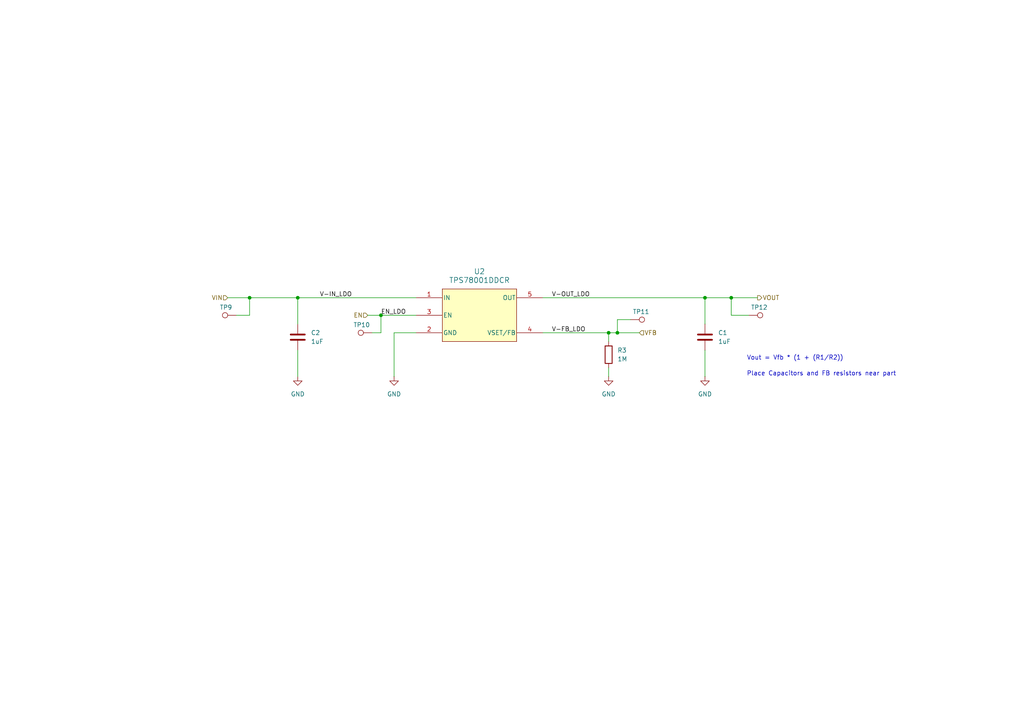
<source format=kicad_sch>
(kicad_sch (version 20250114) (generator "eeschema") (generator_version "9.0")
  (paper "A4")
  (title_block (title "LDO") (company "Benjamin Tyrrell-Davis"))
  (lib_symbols
    (symbol "Connector:TestPoint" (pin_numbers (hide yes)) (pin_names (offset 0.762) (hide yes))
      (property "Reference" "TP" (at 0 6.858 0))
      (property "Value" "TestPoint" (at 0 5.08 0))
      (symbol "TestPoint_0_1"
        (circle (center 0 3.302) (radius 0.762))
      )
      (symbol "TestPoint_1_1"
        (pin passive line (at 0 0 90) (length 2.54) (name "1") (number "1"))
      )
    )
    (symbol "Device:C" (pin_numbers (hide yes)) (pin_names (offset 0.254))
      (property "Reference" "C" (at 0.635 2.54 0))
      (property "Value" "C" (at 0.635 -2.54 0))
      (symbol "C_0_1"
        (polyline (pts (xy -2.032 0.762) (xy 2.032 0.762)) (stroke (width 0.508)))
        (polyline (pts (xy -2.032 -0.762) (xy 2.032 -0.762)) (stroke (width 0.508)))
      )
      (symbol "C_1_1"
        (pin passive line (at 0 3.81 270) (length 2.794) (name "~") (number "1"))
        (pin passive line (at 0 -3.81 90) (length 2.794) (name "~") (number "2"))
      )
    )
    (symbol "Device:R" (pin_numbers (hide yes)) (pin_names (offset 0))
      (property "Reference" "R" (at 2.032 0 90))
      (property "Value" "R" (at 0 0 90))
      (symbol "R_0_1"
        (rectangle (start -1.016 -2.54) (end 1.016 2.54) (stroke (width 0.254)))
      )
      (symbol "R_1_1"
        (pin passive line (at 0 3.81 270) (length 1.27) (name "~") (number "1"))
        (pin passive line (at 0 -3.81 90) (length 1.27) (name "~") (number "2"))
      )
    )
    (symbol "TPS78001DDCR:TPS78001DDCR" (pin_names (offset 0.254))
      (property "Reference" "U" (at 33.02 10.16 0))
      (property "Value" "TPS78001DDCR" (at 33.02 7.62 0))
      (symbol "TPS78001DDCR_0_1"
        (pin unspecified line (at 24.13 -2.54 0) (length 7.62) (name "EN") (number "3"))
        (pin power_in line (at 24.13 -7.62 0) (length 7.62) (name "GND") (number "2"))
        (pin output line (at 60.96 2.54 180) (length 7.62) (name "OUT") (number "5"))
        (pin unspecified line (at 60.96 -7.62 180) (length 7.62) (name "VSET/FB") (number "4"))
      )
      (symbol "TPS78001DDCR_1_1"
        (rectangle (start 31.75 5.08) (end 53.34 -10.16) (fill (type color) (color 255 255 194 1)))
        (pin input line (at 24.13 2.54 0) (length 7.62) (name "IN") (number "1"))
      )
    )
    (symbol "power:GND" (power) (pin_numbers (hide yes)) (pin_names (offset 0) (hide yes))
      (property "Value" "GND" (at 0 -3.81 0))
      (symbol "GND_0_1"
        (polyline (pts (xy 0 0) (xy 0 -1.27) (xy 1.27 -1.27) (xy 0 -2.54) (xy -1.27 -1.27) (xy 0 -1.27)))
      )
      (symbol "GND_1_1"
        (pin power_in line (at 0 0 270) (length 0) (name "~") (number "1"))
      )
    )
  )
  (text "Place Capacitors and FB resistors near part\n" (at 238.252 108.458 0) (effects (font (size 1.27 1.27))))
  (text "Vout = Vfb * (1 + (R1/R2))\n" (at 230.632 103.886 0) (effects (font (size 1.27 1.27))))
  (junction (at 204.47 86.36))
  (junction (at 212.09 86.36))
  (junction (at 179.07 96.52))
  (junction (at 86.36 86.36))
  (junction (at 72.39 86.36))
  (junction (at 110.49 91.44))
  (junction (at 176.53 96.52))
  (wire (pts (xy 157.48 96.52) (xy 176.53 96.52)))
  (wire (pts (xy 182.88 92.71) (xy 179.07 92.71)))
  (wire (pts (xy 176.53 96.52) (xy 176.53 99.06)))
  (wire (pts (xy 66.04 86.36) (xy 72.39 86.36)))
  (wire (pts (xy 72.39 91.44) (xy 72.39 86.36)))
  (wire (pts (xy 72.39 86.36) (xy 86.36 86.36)))
  (wire (pts (xy 204.47 86.36) (xy 212.09 86.36)))
  (wire (pts (xy 176.53 96.52) (xy 179.07 96.52)))
  (wire (pts (xy 110.49 91.44) (xy 120.65 91.44)))
  (wire (pts (xy 86.36 86.36) (xy 86.36 93.98)))
  (wire (pts (xy 217.17 91.44) (xy 212.09 91.44)))
  (wire (pts (xy 212.09 86.36) (xy 219.71 86.36)))
  (wire (pts (xy 107.95 96.52) (xy 110.49 96.52)))
  (wire (pts (xy 114.3 96.52) (xy 114.3 109.22)))
  (wire (pts (xy 204.47 86.36) (xy 204.47 93.98)))
  (wire (pts (xy 110.49 96.52) (xy 110.49 91.44)))
  (wire (pts (xy 179.07 96.52) (xy 185.42 96.52)))
  (wire (pts (xy 157.48 86.36) (xy 204.47 86.36)))
  (wire (pts (xy 212.09 91.44) (xy 212.09 86.36)))
  (wire (pts (xy 179.07 92.71) (xy 179.07 96.52)))
  (wire (pts (xy 86.36 86.36) (xy 120.65 86.36)))
  (wire (pts (xy 106.68 91.44) (xy 110.49 91.44)))
  (wire (pts (xy 204.47 101.6) (xy 204.47 109.22)))
  (wire (pts (xy 68.58 91.44) (xy 72.39 91.44)))
  (wire (pts (xy 176.53 106.68) (xy 176.53 109.22)))
  (wire (pts (xy 120.65 96.52) (xy 114.3 96.52)))
  (wire (pts (xy 86.36 101.6) (xy 86.36 109.22)))
  (label "V-FB_LDO" (at 160.02 96.52 0))
  (label "V-IN_LDO" (at 92.71 86.36 0))
  (label "V-OUT_LDO" (at 160.02 86.36 0))
  (label "EN_LDO" (at 110.49 91.44 0))
  (hierarchical_label "VOUT" (shape output) (at 219.71 86.36 0))
  (hierarchical_label "VIN" (shape input) (at 66.04 86.36 180))
  (hierarchical_label "EN" (shape input) (at 106.68 91.44 180))
  (hierarchical_label "VFB" (shape input) (at 185.42 96.52 0))
  (symbol (lib_id "Device:C") (at 204.47 97.79 0) (unit 1)
    (property "Reference" "C1" (at 208.28 96.5199 0) (effects (justify left)))
    (property "Value" "1uF" (at 208.28 99.0599 0) (effects (justify left)))
    (property "Footprint" "Capacitor_SMD:C_0402_1005Metric" (effects (hide yes)))
    (property "Description" "Unpolarized capacitor" (effects (hide yes)))
  )
  (symbol (lib_id "Connector:TestPoint") (at 182.88 92.71 270) (mirror x) (unit 1)
    (property "Reference" "TP11" (at 185.928 90.424 90))
    (property "Value" "TestPoint" (effects (hide yes)))
    (property "Description" "test point" (effects (hide yes)))
  )
  (symbol (lib_id "power:GND") (at 176.53 109.22 0) (unit 1)
    (property "Reference" "#PWR01" (effects (hide yes)))
    (property "Value" "GND" (at 176.53 114.3 0))
    (property "Description" "Power symbol creates a global label with name \"GND\" , ground" (effects (hide yes)))
  )
  (symbol (lib_id "power:GND") (at 86.36 109.22 0) (unit 1)
    (property "Reference" "#PWR04" (effects (hide yes)))
    (property "Value" "GND" (at 86.36 114.3 0))
    (property "Description" "Power symbol creates a global label with name \"GND\" , ground" (effects (hide yes)))
  )
  (symbol (lib_id "power:GND") (at 204.47 109.22 0) (unit 1)
    (property "Reference" "#PWR02" (effects (hide yes)))
    (property "Value" "GND" (at 204.47 114.3 0))
    (property "Description" "Power symbol creates a global label with name \"GND\" , ground" (effects (hide yes)))
  )
  (symbol (lib_id "power:GND") (at 114.3 109.22 0) (unit 1)
    (property "Reference" "#PWR03" (effects (hide yes)))
    (property "Value" "GND" (at 114.3 114.3 0))
    (property "Description" "Power symbol creates a global label with name \"GND\" , ground" (effects (hide yes)))
  )
  (symbol (lib_id "Connector:TestPoint") (at 107.95 96.52 90) (unit 1)
    (property "Reference" "TP10" (at 104.902 94.234 90))
    (property "Value" "TestPoint" (effects (hide yes)))
    (property "Description" "test point" (effects (hide yes)))
  )
  (symbol (lib_id "Connector:TestPoint") (at 217.17 91.44 270) (mirror x) (unit 1)
    (property "Reference" "TP12" (at 220.218 89.154 90))
    (property "Value" "TestPoint" (effects (hide yes)))
    (property "Description" "test point" (effects (hide yes)))
  )
  (symbol (lib_id "Device:R") (at 176.53 102.87 0) (unit 1)
    (property "Reference" "R3" (at 179.07 101.5999 0) (effects (justify left)))
    (property "Value" "1M" (at 179.07 104.1399 0) (effects (justify left)))
    (property "Footprint" "Resistor_SMD:R_0402_1005Metric" (effects (hide yes)))
    (property "Description" "Resistor" (effects (hide yes)))
  )
  (symbol (lib_id "Device:C") (at 86.36 97.79 0) (unit 1)
    (property "Reference" "C2" (at 90.17 96.5199 0) (effects (justify left)))
    (property "Value" "1uF" (at 90.17 99.0599 0) (effects (justify left)))
    (property "Footprint" "Capacitor_SMD:C_0402_1005Metric" (effects (hide yes)))
    (property "Description" "Unpolarized capacitor" (effects (hide yes)))
  )
  (symbol (lib_id "TPS78001DDCR:TPS78001DDCR") (at 96.52 88.9 0) (unit 1)
    (property "Reference" "U2" (at 139.065 78.74 0) (effects (font (size 1.524 1.524))))
    (property "Value" "TPS78001DDCR" (at 139.065 81.28 0) (effects (font (size 1.524 1.524))))
    (property "Footprint" "DDC5" (effects (hide yes)))
    (property "Datasheet" "TPS78001DDCR" (effects (hide yes)))
  )
  (symbol (lib_id "Connector:TestPoint") (at 68.58 91.44 90) (unit 1)
    (property "Reference" "TP9" (at 65.532 89.154 90))
    (property "Value" "TestPoint" (effects (hide yes)))
    (property "Description" "test point" (effects (hide yes)))
  )
)
</source>
